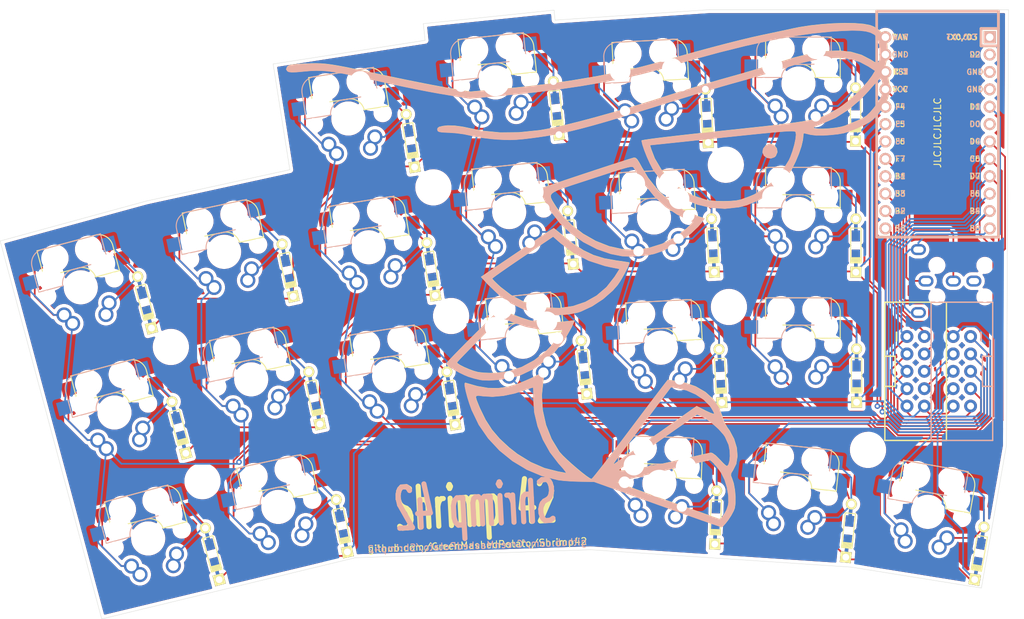
<source format=kicad_pcb>
(kicad_pcb (version 20211014) (generator pcbnew)
  (layers (0 "F.Cu" signal) (31 "B.Cu" signal) (34 "B.Paste" user) (35 "F.Paste" user) (36 "B.SilkS" user "B.Silkscreen") (37 "F.SilkS" user "F.Silkscreen") (38 "B.Mask" user) (39 "F.Mask" user) (44 "Edge.Cuts" user))
  (net 0 "")
  (net 1 "Net-(D-1-0-Pad2)")
  (net 2 "Net-(D-1-1-Pad2)")
  (net 3 "Net-(D-1-2-Pad2)")
  (net 4 "Net-(D-1-3-Pad2)")
  (net 5 "Net-(D-1-4-Pad2)")
  (net 6 "Net-(D-1-5-Pad2)")
  (net 7 "Net-(D-2-0-Pad2)")
  (net 8 "Net-(D-2-1-Pad2)")
  (net 9 "Net-(D-2-2-Pad2)")
  (net 10 "Net-(D-2-3-Pad2)")
  (net 11 "Net-(D-2-4-Pad2)")
  (net 12 "Net-(D-2-5-Pad2)")
  (net 13 "Net-(D-3-3-Pad2)")
  (net 14 "Net-(D-3-4-Pad2)")
  (net 15 "Net-(D-3-5-Pad2)")
  (net 16 "RL0")
  (net 21 "SDA")
  (net 23 "VCC")
  (net 24 "RL1")
  (net 27 "RL2")
  (net 28 "RL3")
  (net 29 "CL0")
  (net 30 "CL1")
  (net 31 "RC0")
  (net 32 "CL2")
  (net 33 "RC1")
  (net 34 "CL3")
  (net 35 "RC2")
  (net 36 "CL4")
  (net 37 "RC3")
  (net 38 "CL5")
  (net 39 "Net-(D-0-0-Pad2)")
  (net 40 "Net-(D-0-1-Pad2)")
  (net 41 "Net-(D-0-2-Pad2)")
  (net 42 "Net-(D-0-3-Pad2)")
  (net 43 "Net-(D-0-4-Pad2)")
  (net 44 "Net-(D-0-5-Pad2)")
  (net 45 "GND")
  (footprint "footprintsGlobal:Diode-dual" (layer "F.Cu") (at 33.708651 62.76572 -75)
    (fp_text reference "D-0-0" hide)
    (fp_text value "D" hide)
  )
  (footprint "footprintsGlobal:Diode-dual" (layer "F.Cu") (at 54.604345 58.09043 -78)
    (fp_text reference "D-0-1" hide)
    (fp_text value "D" hide)
  )
  (footprint "footprintsGlobal:Diode-dual" (layer "F.Cu") (at 72.53534 39.151352 -81)
    (fp_text reference "D-0-2" hide)
    (fp_text value "D" hide)
  )
  (footprint "footprintsGlobal:Diode-dual" (layer "F.Cu") (at 93.832793 34.39511 -84)
    (fp_text reference "D-0-3" hide)
    (fp_text value "D" hide)
  )
  (footprint "footprintsGlobal:Diode-dual" (layer "F.Cu") (at 115.843506 35.526825 -87)
    (fp_text reference "D-0-4" hide)
    (fp_text value "D" hide)
  )
  (footprint "footprintsGlobal:Diode-dual" (layer "F.Cu") (at 137.571593 35.315342 -90)
    (fp_text reference "D-0-5" hide)
    (fp_text value "D" hide)
  )
  (footprint "footprintsGlobal:Diode-dual" (layer "F.Cu") (at 38.714098 81.054663 -75)
    (fp_text reference "D-1-0" hide)
    (fp_text value "D" hide)
  )
  (footprint "footprintsGlobal:Diode-dual" (layer "F.Cu") (at 58.504817 76.733246 -78)
    (fp_text reference "D-1-1" hide)
    (fp_text value "D" hide)
  )
  (footprint "footprintsGlobal:Diode-dual" (layer "F.Cu") (at 75.553185 57.908107 -81)
    (fp_text reference "D-1-2" hide)
    (fp_text value "D" hide)
  )
  (footprint "footprintsGlobal:Diode-dual" (layer "F.Cu") (at 95.918253 53.294873 -84)
    (fp_text reference "D-1-3" hide)
    (fp_text value "D" hide)
  )
  (footprint "footprintsGlobal:Diode-dual" (layer "F.Cu") (at 116.733727 54.454574 -87)
    (fp_text reference "D-1-4" hide)
    (fp_text value "D" hide)
  )
  (footprint "footprintsGlobal:Diode-dual" (layer "F.Cu") (at 137.622393 54.466942 -90)
    (fp_text reference "D-1-5" hide)
    (fp_text value "D" hide)
  )
  (footprint "footprintsGlobal:Diode-dual" (layer "F.Cu") (at 43.592862 99.517971 -75)
    (fp_text reference "D-2-0" hide)
    (fp_text value "D" hide)
  )
  (footprint "footprintsGlobal:Diode-dual" (layer "F.Cu") (at 62.511642 95.415964 -78)
    (fp_text reference "D-2-1" hide)
    (fp_text value "D" hide)
  )
  (footprint "footprintsGlobal:Diode-dual" (layer "F.Cu") (at 78.478667 76.774925 -81)
    (fp_text reference "D-2-2" hide)
    (fp_text value "D" hide)
  )
  (footprint "footprintsGlobal:Diode-dual" (layer "F.Cu") (at 97.905907 72.252401 -84)
    (fp_text reference "D-2-3" hide)
    (fp_text value "D" hide)
  )
  (footprint "footprintsGlobal:Diode-dual" (layer "F.Cu") (at 117.834847 73.523879 -87)
    (fp_text reference "D-2-4" hide)
    (fp_text value "D" hide)
  )
  (footprint "footprintsGlobal:Diode-dual" (layer "F.Cu") (at 137.723993 73.466142 -90)
    (fp_text reference "D-2-5" hide)
    (fp_text value "D" hide)
  )
  (footprint "footprintsGlobal:Diode-dual" (layer "F.Cu") (at 117.149993 94.192542 -92)
    (fp_text reference "D-3-3" hide)
    (fp_text value "D" hide)
  )
  (footprint "footprintsGlobal:Diode-dual" (layer "F.Cu") (at 136.555593 96.122942 -96)
    (fp_text reference "D-3-4" hide)
    (fp_text value "D" hide)
  )
  (footprint "footprintsGlobal:Diode-dual" (layer "F.Cu") (at 155.657593 99.432024 -100)
    (fp_text reference "D-3-5" hide)
    (fp_text value "D" hide)
  )
  (footprint "footprints:100-dual-socket" (layer "F.Cu") (at 24.37922 60.575329 15)
    (fp_text reference "K-0-0" hide)
    (fp_text value "KEYSW" hide)
  )
  (footprint "footprints:100-dual-socket" (layer "F.Cu") (at 45.320479 55.39123 12)
    (fp_text reference "K-0-1" hide)
    (fp_text value "KEYSW" hide)
  )
  (footprint "footprints:100-dual-socket" (layer "F.Cu") (at 63.472806 35.91128 9)
    (fp_text reference "K-0-2" hide)
    (fp_text value "KEYSW" hide)
  )
  (footprint "footprints:100-dual-socket" (layer "F.Cu") (at 84.981776 30.641742 6)
    (fp_text reference "K-0-3" hide)
    (fp_text value "KEYSW" hide)
  )
  (footprint "footprints:100-dual-socket" (layer "F.Cu") (at 107.129593 31.354357 3)
    (fp_text reference "K-0-4" hide)
    (fp_text value "KEYSW" hide)
  )
  (footprint "footprints:100-dual-socket" (layer "F.Cu") (at 129.234704 30.814881)
    (fp_text reference "K-0-5" hide)
    (fp_text value "KEYSW" hide)
  )
  (footprint "footprints:100-dual-socket" (layer "F.Cu") (at 29.300016 78.865283 15)
    (fp_text reference "K-1-0" hide)
    (fp_text value "KEYSW" hide)
  )
  (footprint "footprints:100-dual-socket" (layer "F.Cu") (at 49.281193 74.024942 12)
    (fp_text reference "K-1-1" hide)
    (fp_text value "KEYSW" hide)
  )
  (footprint "footprints:100-dual-socket" (layer "F.Cu") (at 66.45288 54.726742 9)
    (fp_text reference "K-1-2" hide)
    (fp_text value "KEYSW" hide)
  )
  (footprint "footprints:100-dual-socket" (layer "F.Cu") (at 86.973044 49.587382 6)
    (fp_text reference "K-1-3" hide)
    (fp_text value "KEYSW" hide)
  )
  (footprint "footprints:100-dual-socket" (layer "F.Cu") (at 108.126592 50.378249 3)
    (fp_text reference "K-1-4" hide)
    (fp_text value "KEYSW" hide)
  )
  (footprint "footprints:100-dual-socket" (layer "F.Cu") (at 129.234704 49.864881)
    (fp_text reference "K-1-5" hide)
    (fp_text value "KEYSW" hide)
  )
  (footprint "footprints:100-dual-socket" (layer "F.Cu") (at 34.23052 97.266169 15)
    (fp_text reference "K-2-0" hide)
    (fp_text value "KEYSW" hide)
  )
  (footprint "footprints:100-dual-socket" (layer "F.Cu") (at 53.241914 92.658653 12)
    (fp_text reference "K-2-1" hide)
    (fp_text value "KEYSW" hide)
  )
  (footprint "footprints:100-dual-socket" (layer "F.Cu") (at 69.432957 73.542204 9)
    (fp_text reference "K-2-2" hide)
    (fp_text value "KEYSW" hide)
  )
  (footprint "footprints:100-dual-socket" (layer "F.Cu") (at 88.96431 68.533025 6)
    (fp_text reference "K-2-3" hide)
    (fp_text value "KEYSW" hide)
  )
  (footprint "footprints:100-dual-socket" (layer "F.Cu") (at 109.123593 69.402142 3)
    (fp_text reference "K-2-4" hide)
    (fp_text value "KEYSW" hide)
  )
  (footprint "footprints:100-dual-socket" (layer "F.Cu") (at 129.234704 68.914881)
    (fp_text reference "K-2-5" hide)
    (fp_text value "KEYSW" hide)
  )
  (footprint "footprints:100-dual-socket" (layer "F.Cu") (at 108.915477 89.234881 -2)
    (fp_text reference "K-3-3" hide)
    (fp_text value "KEYSW" hide)
  )
  (footprint "footprints:100-dual-socket" (layer "F.Cu") (at 128.594387 90.606481 -6)
    (fp_text reference "K-3-4" hide)
    (fp_text value "KEYSW" hide)
  )
  (footprint "footprints:100-dual-socket" (layer "F.Cu") (at 148.137993 93.379742 -10)
    (fp_text reference "K-3-5" hide)
    (fp_text value "KEYSW" hide)
  )
  (footprint "footprints:connector-shrouded" (layer "F.Cu") (at 146.3548 72.8472)
    (fp_text reference "J1" hide)
    (fp_text value "02x05" hide)
  )
  (footprint "footprintsGlobal:hole-m2-pcb" (layer "F.Cu") (at 139.3952 84.328)
    (fp_text reference "Ref**" hide)
    (fp_text value "Val**" hide)
  )
  (footprint "footprintsGlobal:hole-m2-pcb" (layer "F.Cu") (at 119.0752 63.4492)
    (fp_text reference "Ref**" hide)
    (fp_text value "Val**" hide)
  )
  (footprint "footprintsGlobal:hole-m2-pcb" (layer "F.Cu") (at 118.618 42.672)
    (fp_text reference "Ref**" hide)
    (fp_text value "Val**" hide)
  )
  (footprint "footprintsGlobal:hole-m2-pcb" (layer "F.Cu") (at 75.8952 45.974)
    (fp_text reference "Ref**" hide)
    (fp_text value "Val**" hide)
  )
  (footprint "footprintsGlobal:hole-m2-pcb" (layer "F.Cu") (at 78.486 64.77)
    (fp_text reference "Ref**" hide)
    (fp_text value "Val**" hide)
  )
  (footprint "footprintsGlobal:hole-m2-pcb" (layer "F.Cu") (at 37.5412 69.2912)
    (fp_text reference "Ref**" hide)
    (fp_text value "Val**" hide)
  )
  (footprint "footprintsGlobal:trrs" (layer "F.Cu") (at 158.0612 59.6672 -90)
    (fp_text reference "U2")
    (fp_text value "trrs")
  )
  (footprint "footprintsGlobal:hole-m2-pcb" (layer "F.Cu") (at 42.164 88.9)
    (fp_text reference "Ref**" hide)
    (fp_text value "Val**" hide)
  )
  (footprint "footprints:promicro" (layer "B.Cu") (at 149.5552 38.00395 -90)
    (fp_text reference "U1" hide)
    (fp_text value "ProMicro" hide)
  )
  (footprint "footprints:connector-shrouded" (layer "B.Cu") (at 153.1112 72.8472 180)
    (fp_text reference "J2" hide)
    (fp_text value "02x05" hide)
  )
  (footprint "footprintsGlobal:Shrimp" (layer "B.Cu") (at 105.41 69.596 -174)
    (fp_text reference "G***" hide)
    (fp_text value "LOGO" hide)
  )
  (gr_line (start 159.923593 20.0152) (end 116.184793 20.0152) (layer "Edge.Cuts") (width 0.05))
  (gr_line (start 159.618793 83.676942) (end 155.961193 104.504942) (layer "Edge.Cuts") (width 0.05))
  (gr_line (start 74.681193 24.494942) (end 74.427193 22.056542) (layer "Edge.Cuts") (width 0.05))
  (gr_line (start 27.437193 109.026142) (end 64.470393 100.085342) (layer "Edge.Cuts") (width 0.05))
  (gr_line (start 93.6752 21.5392) (end 116.184793 20.0152) (layer "Edge.Cuts") (width 0.05))
  (gr_line (start 98.811193 98.916942) (end 136.961993 101.456942) (layer "Edge.Cuts") (width 0.05))
  (gr_line (start 93.527993 20.075342) (end 93.6752 21.5392) (layer "Edge.Cuts") (width 0.05))
  (gr_line (start 12.603593 53.806542) (end 27.437193 109.026142) (layer "Edge.Cuts") (width 0.05))
  (gr_line (start 33.990393 47.964542) (end 54.919993 43.392542) (layer "Edge.Cuts") (width 0.05))
  (gr_line (start 98.811193 98.916942) (end 64.470393 100.085342) (layer "Edge.Cuts") (width 0.05))
  (gr_line (start 93.527993 20.075342) (end 74.427193 22.056542) (layer "Edge.Cuts") (width 0.05))
  (gr_line (start 52.481593 27.949342) (end 74.681193 24.494942) (layer "Edge.Cuts") (width 0.05))
  (gr_line (start 54.919993 43.392542) (end 52.481593 27.949342) (layer "Edge.Cuts") (width 0.05))
  (gr_line (start 159.618793 83.676942) (end 159.923593 20.0152) (layer "Edge.Cuts") (width 0.05))
  (gr_line (start 33.990393 47.964542) (end 12.603593 53.806542) (layer "Edge.Cuts") (width 0.05))
  (gr_line (start 136.961993 101.456942) (end 155.961193 104.504942) (layer "Edge.Cuts") (width 0.05))
  (gr_text "Shrimp 42" (at 82.042 92.456 3) (layer "B.SilkS") (effects (font (size 6 3) (thickness 0.75)) (justify mirror)))
  (gr_text "github.com/GreenMashedPotato/Shrimp42" (at 82.296 98.298 2) (layer "B.SilkS") (effects (font (size 1 1)) (justify mirror)))
  (gr_text "Shrimp 42" (at 82.042 92.456 3) (layer "F.SilkS") (effects (font (size 6 3) (thickness 0.75))))
  (gr_text "github.com/GreenMashedPotato/Shrimp42" (at 82.339235 98.240625 2) (layer "F.SilkS") (effects (font (size 1 1))))
  (segment (start 35.307504 74.62598) (end 37.727997 77.046473) (width 0.25) (layer "F.Cu") (net 1))
  (segment (start 33.435332 81.142582) (end 37.203428 77.374486) (width 0.25) (layer "B.Cu") (net 1))
  (segment (start 33.3944 72.508993) (end 37.727997 76.84259) (width 0.25) (layer "B.Cu") (net 1))
  (segment (start 57.712673 73.006504) (end 55.502316 70.796147) (width 0.25) (layer "F.Cu") (net 2))
  (segment (start 53.702628 67.891647) (end 53.702628 68.996459) (width 0.25) (layer "B.Cu") (net 2))
  (segment (start 53.702628 68.996459) (end 57.712673 73.006504) (width 0.25) (layer "B.Cu") (net 2))
  (segment (start 57.712673 73.006504) (end 54.203632 76.515545) (width 0.25) (layer "B.Cu") (net 2))
  (segment (start 72.870586 52.05843) (end 72.870586 51.138616) (width 0.25) (layer "F.Cu") (net 3))
  (segment (start 74.95717 54.145014) (end 72.870586 52.05843) (width 0.25) (layer "F.Cu") (net 3))
  (segment (start 74.95717 54.145014) (end 71.67836 57.423824) (width 0.25) (layer "B.Cu") (net 3))
  (segment (start 71.67836 57.423824) (end 70.3275 57.423824) (width 0.25) (layer "B.Cu") (net 3))
  (segment (start 71.189248 48.833252) (end 74.95717 52.601174) (width 0.25) (layer "B.Cu") (net 3))
  (segment (start 74.95717 52.601174) (end 74.95717 54.145014) (width 0.25) (layer "B.Cu") (net 3))
  (segment (start 95.52 48.290307) (end 93.569743 46.34005) (width 0.25) (layer "F.Cu") (net 4))
  (segment (start 95.52 49.505745) (end 95.52 48.290307) (width 0.25) (layer "F.Cu") (net 4))
  (segment (start 95.52 49.505745) (end 92.542196 52.483549) (width 0.25) (layer "B.Cu") (net 4))
  (segment (start 95.52 47.458489) (end 95.52 49.505745) (width 0.25) (layer "B.Cu") (net 4))
  (segment (start 92.542196 52.483549) (end 90.701199 52.483549) (width 0.25) (layer "B.Cu") (net 4))
  (segment (start 92.011362 43.949851) (end 95.52 47.458489) (width 0.25) (layer "B.Cu") (net 4))
  (segment (start 116.534327 50.649795) (end 116.534327 49.130737) (width 0.25) (layer "F.Cu") (net 5))
  (segment (start 116.534327 49.130737) (end 114.884202 47.480612) (width 0.25) (layer "F.Cu") (net 5))
  (segment (start 116.534327 50.649795) (end 113.718558 53.465564) (width 0.25) (layer "B.Cu") (net 5))
  (segment (start 113.718558 53.465564) (end 111.698064 53.465564) (width 0.25) (layer "B.Cu") (net 5))
  (segment (start 116.534327 48.093406) (end 116.534327 50.649795) (width 0.25) (layer "B.Cu") (net 5))
  (segment (start 113.453051 45.01213) (end 116.534327 48.093406) (width 0.25) (layer "B.Cu") (net 5))
  (segment (start 137.622393 50.656942) (end 137.622393 48.81257) (width 0.25) (layer "F.Cu") (net 6))
  (segment (start 137.622393 48.81257) (end 136.134704 47.324881) (width 0.25) (layer "F.Cu") (net 6))
  (segment (start 134.834704 44.784881) (end 137.622393 47.57257) (width 0.25) (layer "B.Cu") (net 6))
  (segment (start 137.622393 50.656942) (end 135.144454 53.134881) (width 0.25) (layer "B.Cu") (net 6))
  (segment (start 135.144454 53.134881) (end 132.639704 53.134881) (width 0.25) (layer "B.Cu") (net 6))
  (segment (start 137.622393 47.57257) (end 137.622393 50.656942) (width 0.25) (layer "B.Cu") (net 6))
  (segment (start 40.238008 93.026866) (end 42.606761 95.395619) (width 0.25) (layer "F.Cu") (net 7))
  (segment (start 38.365836 99.543468) (end 42.07151 95.837794) (width 0.25) (layer "B.Cu") (net 7))
  (segment (start 38.324904 90.909879) (end 42.606761 95.837794) (width 0.25) (layer "B.Cu") (net 7))
  (segment (start 61.719498 91.689222) (end 59.463037 89.432761) (width 0.25) (layer "F.Cu") (net 8))
  (segment (start 61.719498 91.689222) (end 57.663349 87.633073) (width 0.25) (layer "B.Cu") (net 8))
  (segment (start 60.712412 91.689222) (end 61.719498 91.689222) (width 0.25) (layer "B.Cu") (net 8))
  (segment (start 57.663349 87.633073) (end 57.663349 86.525358) (width 0.25) (layer "B.Cu") (net 8))
  (segment (start 57.252378 95.149256) (end 60.712412 91.689222) (width 0.25) (layer "B.Cu") (net 8))
  (segment (start 75.850663 69.954078) (end 75.850663 70.979843) (width 0.25) (layer "F.Cu") (net 9))
  (segment (start 75.850663 70.979843) (end 77.882652 73.011832) (width 0.25) (layer "F.Cu") (net 9))
  (segment (start 77.882652 71.362041) (end 77.882652 73.011832) (width 0.25) (layer "B.Cu") (net 9))
  (segment (start 77.882652 73.011832) (end 74.655198 76.239286) (width 0.25) (layer "B.Cu") (net 9))
  (segment (start 74.169325 67.648714) (end 77.882652 71.362041) (width 0.25) (layer "B.Cu") (net 9))
  (segment (start 74.655198 76.239286) (end 73.307577 76.239286) (width 0.25) (layer "B.Cu") (net 9))
  (segment (start 97.507654 68.463273) (end 97.507654 67.232338) (width 0.25) (layer "F.Cu") (net 10))
  (segment (start 97.507654 67.232338) (end 95.561009 65.285693) (width 0.25) (layer "F.Cu") (net 10))
  (segment (start 97.507654 68.463273) (end 94.541735 71.429192) (width 0.25) (layer "B.Cu") (net 10))
  (segment (start 94.541735 71.429192) (end 92.692465 71.429192) (width 0.25) (layer "B.Cu") (net 10))
  (segment (start 97.507654 66.40052) (end 97.507654 68.463273) (width 0.25) (layer "B.Cu") (net 10))
  (segment (start 94.002628 62.895494) (end 97.507654 66.40052) (width 0.25) (layer "B.Cu") (net 10))
  (segment (start 117.635447 69.7191) (end 117.635447 68.258749) (width 0.25) (layer "F.Cu") (net 11))
  (segment (start 117.635447 68.258749) (end 115.881203 66.504505) (width 0.25) (layer "F.Cu") (net 11))
  (segment (start 114.450052 64.036023) (end 117.635447 67.221418) (width 0.25) (layer "B.Cu") (net 11))
  (segment (start 117.635447 67.221418) (end 117.635447 69.7191) (width 0.25) (layer "B.Cu") (net 11))
  (segment (start 117.635447 69.7191) (end 114.86509 72.489457) (width 0.25) (layer "B.Cu") (net 11))
  (segment (start 114.86509 72.489457) (end 112.695065 72.489457) (width 0.25) (layer "B.Cu") (net 11))
  (segment (start 137.723993 67.96417) (end 136.134704 66.374881) (width 0.25) (layer "F.Cu") (net 12))
  (segment (start 137.723993 69.656142) (end 137.723993 67.96417) (width 0.25) (layer "F.Cu") (net 12))
  (segment (start 134.834704 63.834881) (end 137.723993 66.72417) (width 0.25) (layer "B.Cu") (net 12))
  (segment (start 137.723993 66.72417) (end 137.723993 69.656142) (width 0.25) (layer "B.Cu") (net 12))
  (segment (start 137.723993 69.656142) (end 135.195254 72.184881) (width 0.25) (layer "B.Cu") (net 12))
  (segment (start 135.195254 72.184881) (end 132.639704 72.184881) (width 0.25) (layer "B.Cu") (net 12))
  (segment (start 115.899918 86.937235) (end 117.28296 90.384863) (width 0.25) (layer "F.Cu") (net 13))
  (segment (start 117.28296 86.947018) (end 114.689355 84.353413) (width 0.25) (layer "B.Cu") (net 13))
  (segment (start 117.28296 90.384863) (end 117.28296 86.947018) (width 0.25) (layer "B.Cu") (net 13))
  (segment (start 115.046101 92.621722) (end 117.28296 90.384863) (width 0.25) (layer "B.Cu") (net 13))
  (segment (start 112.204281 92.621722) (end 115.046101 92.621722) (width 0.25) (layer "B.Cu") (net 13))
  (segment (start 135.72209 88.801642) (end 136.953846 92.333814) (width 0.25) (layer "F.Cu") (net 14))
  (segment (start 131.638926 94.214487) (end 135.073173 94.214487) (width 0.25) (layer "B.Cu") (net 14))
  (segment (start 136.953846 92.333814) (end 136.953846 88.398801) (width 0.25) (layer "B.Cu") (net 14))
  (segment (start 136.953846 88.398801) (end 134.694714 86.139669) (width 0.25) (layer "B.Cu") (net 14))
  (segment (start 135.073173 94.214487) (end 136.953846 92.333814) (width 0.25) (layer "B.Cu") (net 14))
  (segment (start 156.319193 95.679906) (end 156.319193 93.021463) (width 0.25) (layer "F.Cu") (net 15))
  (segment (start 150.923434 97.191335) (end 154.807764 97.191335) (width 0.25) (layer "F.Cu") (net 15))
  (segment (start 154.807764 97.191335) (end 156.319193 95.679906) (width 0.25) (layer "F.Cu") (net 15))
  (segment (start 156.319193 93.021463) (end 155.374233 92.076503) (width 0.25) (layer "F.Cu") (net 15))
  (segment (start 156.319193 91.133492) (end 154.535049 89.349348) (width 0.25) (layer "B.Cu") (net 15))
  (segment (start 156.319193 95.679906) (end 156.319193 91.133492) (width 0.25) (layer "B.Cu") (net 15))
  (segment (start 55.415201 61.905206) (end 55.090407 62.23) (width 0.25) (layer "F.Cu") (net 16))
  (segment (start 55.090407 62.23) (end 39.020876 62.23) (width 0.25) (layer "F.Cu") (net 16))
  (segment (start 95.378412 39.331604) (end 94.231046 38.184238) (width 0.25) (layer "F.Cu") (net 16))
  (segment (start 139.812585 59.831415) (end 139.6492 59.66803) (width 0.25) (layer "F.Cu") (net 16))
  (segment (start 139.812585 59.831415) (end 139.818109 59.831415) (width 0.25) (layer "F.Cu") (net 16))
  (segment (start 116.042906 39.331604) (end 137.365331 39.331604) (width 0.25) (layer "F.Cu") (net 16))
  (segment (start 139.6492 41.202949) (end 137.571593 39.125342) (width 0.25) (layer "F.Cu") (net 16))
  (segment (start 139.6492 59.66803) (end 139.6492 41.202949) (width 0.25) (layer "F.Cu") (net 16))
  (segment (start 141.487327 78.759333) (end 141.487327 77.460673) (width 0.25) (layer "F.Cu") (net 16))
  (segment (start 55.396489 61.817172) (end 55.396489 52.881649) (width 0.25) (layer "F.Cu") (net 16))
  (segment (start 116.042906 39.331604) (end 95.378412 39.331604) (width 0.25) (layer "F.Cu") (net 16))
  (segment (start 39.020876 62.23) (end 34.718045 66.532831) (width 0.25) (layer "F.Cu") (net 16))
  (segment (start 77.861562 38.184238) (end 73.131355 42.914445) (width 0.25) (layer "F.Cu") (net 16))
  (segment (start 139.818109 59.831415) (end 141.212347 61.225653) (width 0.25) (layer "F.Cu") (net 16))
  (segment (start 65.363693 42.914445) (end 73.131355 42.914445) (width 0.25) (layer "F.Cu") (net 16))
  (segment (start 94.231046 38.184238) (end 77.861562 38.184238) (width 0.25) (layer "F.Cu") (net 16))
  (segment (start 55.396489 52.881649) (end 65.363693 42.914445) (width 0.25) (layer "F.Cu") (net 16))
  (segment (start 141.487327 77.460673) (end 141.212347 77.185693) (width 0.25) (layer "F.Cu") (net 16))
  (segment (start 141.212347 77.185693) (end 141.212347 61.225653) (width 0.25) (layer "F.Cu") (net 16))
  (via (at 141.487327 78.759333) (size 0.8) (drill 0.4) (layers "F.Cu" "B.Cu") (net 16))
  (segment (start 143.975109 80.858221) (end 148.149587 80.858221) (width 0.25) (layer "B.Cu") (net 16))
  (segment (start 150.317199 78.690609) (end 150.317201 76.911199) (width 0.25) (layer "B.Cu") (net 16))
  (segment (start 141.876221 78.759333) (end 143.975109 80.858221) (width 0.25) (layer "B.Cu") (net 16))
  (segment (start 141.487327 78.759333) (end 141.876221 78.759333) (width 0.25) (layer "B.Cu") (net 16))
  (segment (start 137.571593 38.557557) (end 141.9352 34.19395) (width 0.25) (layer "B.Cu") (net 16))
  (segment (start 148.149587 80.858221) (end 150.317199 78.690609) (width 0.25) (layer "B.Cu") (net 16))
  (segment (start 150.317201 76.911199) (end 151.8412 75.3872) (width 0.25) (layer "B.Cu") (net 16))
  (segment (start 144.738871 55.819529) (end 145.4912 55.0672) (width 0.25) (layer "B.Cu") (net 21))
  (segment (start 145.4912 55.0672) (end 146.7612 55.0672) (width 0.25) (layer "B.Cu") (net 21))
  (segment (start 158.1912 53.2892) (end 158.6992 52.7812) (width 0.25) (layer "B.Cu") (net 21))
  (segment (start 146.7612 55.0672) (end 146.7612 54.0512) (width 0.25) (layer "B.Cu") (net 21))
  (segment (start 145.537529 64.2672) (end 144.719529 63.4492) (width 0.25) (layer "B.Cu") (net 21))
  (segment (start 146.7612 54.0512) (end 147.5232 53.2892) (width 0.25) (layer "B.Cu") (net 21))
  (segment (start 158.6992 52.7812) (end 158.6992 35.71795) (width 0.25) (layer "B.Cu") (net 21))
  (segment (start 147.5232 53.2892) (end 158.1912 53.2892) (width 0.25) (layer "B.Cu") (net 21))
  (segment (start 146.7612 64.2672) (end 145.537529 64.2672) (width 0.25) (layer "B.Cu") (net 21))
  (segment (start 158.6992 35.71795) (end 157.1752 34.19395) (width 0.25) (layer "B.Cu") (net 21))
  (segment (start 144.719529 55.819529) (end 144.738871 55.819529) (width 0.25) (layer "B.Cu") (net 21))
  (segment (start 144.719529 63.4492) (end 144.719529 55.819529) (width 0.25) (layer "B.Cu") (net 21))
  (segment (start 143.982145 43.225178) (end 143.51 42.753032) (width 0.25) (layer "F.Cu") (net 23))
  (segment (start 143.51 33.22875) (end 141.9352 31.65395) (width 0.25) (layer "F.Cu") (net 23))
  (segment (start 148.4782 59.6392) (end 145.51128 59.6392) (width 0.25) (layer "F.Cu") (net 23))
  (segment (start 145.00328 48.054878) (end 144.507865 47.559463) (width 0.25) (layer "F.Cu") (net 23))
  (segment (start 143.51 42.753032) (end 143.51 33.22875) (width 0.25) (layer "F.Cu") (net 23))
  (segment (start 144.507865 45.655179) (end 143.982145 45.129459) (width 0.25) (layer "F.Cu") (net 23))
  (segment (start 143.982145 45.129459) (end 143.982145 43.225178) (width 0.25) (layer "F.Cu") (net 23))
  (segment (start 145.51128 59.6392) (end 145.00328 59.1312) (width 0.25) (layer "F.Cu") (net 23))
  (segment (start 144.507865 47.559463) (end 144.507865 45.655179) (width 0.25) (layer "F.Cu") (net 23))
  (segment (start 145.00328 59.1312) (end 145.00328 48.054878) (width 0.25) (layer "F.Cu") (net 23))
  (segment (start 116.933127 58.259353) (end 97.491858 58.259353) (width 0.25) (layer "F.Cu") (net 24))
  (segment (start 80.736399 57.084001) (end 76.1492 61.6712) (width 0.25) (layer "F.Cu") (net 24))
  (segment (start 43.519266 81.026) (end 39.723492 84.821774) (width 0.25) (layer "F.Cu") (net 24))
  (segment (start 116.933127 58.259353) (end 137.604804 58.259353) (width 0.25) (layer "F.Cu") (net 24))
  (segment (start 59.296961 70.776716) (end 68.402477 61.6712) (width 0.25) (layer "F.Cu") (net 24))
  (segment (start 59.296961 80.459988) (end 59.296961 70.776716) (width 0.25) (layer "F.Cu") (net 24))
  (segment (start 97.491858 58.259353) (end 96.316506 57.084001) (width 0.25) (layer "F.Cu") (net 24))
  (segment (start 59.315673 80.548022) (end 58.837695 81.026) (width 0.25) (layer "F.Cu") (net 24))
  (segment (start 137.622393 58.276942) (end 140.762827 61.417375) (width 0.25) (layer "F.Cu") (net 24))
  (segment (start 68.402477 61.6712) (end 76.1492 61.6712) (width 0.25) (layer "F.Cu") (net 24))
  (segment (start 58.837695 81.026) (end 43.519266 81.026) (width 0.25) (layer "F.Cu") (net 24))
  (segment (start 96.316506 57.084001) (end 80.736399 57.084001) (width 0.25) (layer "F.Cu") (net 24))
  (segment (start 140.762827 61.417375) (end 140.762827 77.9405) (width 0.25) (layer "F.Cu") (net 24))
  (via (at 140.762827 77.9405) (size 0.8) (drill 0.4) (layers "F.Cu" "B.Cu") (net 24))
  (segment (start 149.86769 74.82071) (end 151.8412 72.8472) (width 0.25) (layer "B.Cu") (net 24))
  (segment (start 139.75848 38.91067) (end 141.9352 36.73395) (width 0.25) (layer "B.Cu") (net 24))
  (segment (start 144.102813 80.350221) (end 148.021883 80.350221) (width 0.25) (layer "B.Cu") (net 24))
  (segment (start 141.693092 77.9405) (end 144.102813 80.350221) (width 0.25) (layer "B.Cu") (net 24))
  (segment (start 137.622393 58.276942) (end 139.75848 56.140855) (width 0.25) (layer "B.Cu") (net 24))
  (segment (start 139.75848 56.140855) (end 139.75848 38.91067) (width 0.25) (layer "B.Cu") (net 24))
  (segment (start 149.867689 78.504415) (end 149.86769 74.82071) (width 0.25) (layer "B.Cu") (net 24))
  (segment (start 148.021883 80.350221) (end 149.867689 78.504415) (width 0.25) (layer "B.Cu") (net 24))
  (segment (start 140.762827 77.9405) (end 141.693092 77.9405) (width 0.25) (layer "B.Cu") (net 24))
  (segment (start 44.578963 103.198148) (end 45.160252 103.072252) (width 0.25) (layer "F.Cu") (net 27))
  (segment (start 62.731238 99.822) (end 48.065338 99.822) (width 0.25) (layer "F.Cu") (net 27))
  (segment (start 48.065338 99.822) (end 44.602256 103.285082) (width 0.25) (layer "F.Cu") (net 27))
  (segment (start 83.571171 76.041529) (end 79.074682 80.538018) (width 0.25) (layer "F.Cu") (net 27))
  (segment (start 98.30416 76.041529) (end 83.571171 76.041529) (width 0.25) (layer "F.Cu") (net 27))
  (segment (start 63.322498 99.23074) (end 62.731238 99.822) (width 0.25) (layer "F.Cu") (net 27))
  (segment (start 137.723993 77.366142) (end 137.723994 77.366142) (width 0.25) (layer "B.Cu") (net 27))
  (segment (start 68.559982 80.538018) (end 79.074682 80.538018) (width 0.25) (layer "B.Cu") (net 27))
  (segment (start 137.723993 77.366142) (end 118.091349 77.366142) (width 0.25) (layer "B.Cu") (net 27))
  (segment (start 140.208 41.00115) (end 141.9352 39.27395) (width 0.25) (layer "B.Cu") (net 27))
  (segment (start 147.835685 79.900701) (end 144.289011 79.900701) (width 0.25) (layer "B.Cu") (net 27))
  (segment (start 151.8412 70.3072) (end 149.418169 72.730231) (width 0.25) (layer "B.Cu") (net 27))
  (segment (start 63.32926 99.23074) (end 64.262 98.298) (width 0.25) (layer "B.Cu") (net 27))
  (segment (start 140.208 74.882136) (end 140.208 41.00115) (width 0.25) (layer "B.Cu") (net 27))
  (segment (start 137.723994 77.366142) (end 140.208 74.882136) (width 0.25) (layer "B.Cu") (net 27))
  (segment (start 141.60431 77.216) (end 137.874135 77.216) (width 0.25) (layer "B.Cu") (net 27))
  (segment (start 99.601066 77.418534) (end 98.313568 76.131036) (width 0.25) (layer "B.Cu") (net 27))
  (segment (start 144.289011 79.900701) (end 141.60431 77.216) (width 0.25) (layer "B.Cu") (net 27))
  (segment (start 64.262 84.836) (end 68.559982 80.538018) (width 0.25) (layer "B.Cu") (net 27))
  (segment (start 118.038957 77.418534) (end 99.601066 77.418534) (width 0.25) (layer "B.Cu") (net 27))
  (segment (start 64.262 98.298) (end 64.262 84.836) (width 0.25) (layer "B.Cu") (net 27))
  (segment (start 149.418169 78.318217) (end 147.835685 79.900701) (width 0.25) (layer "B.Cu") (net 27))
  (segment (start 149.418169 72.730231) (end 149.418169 78.318217) (width 0.25) (layer "B.Cu") (net 27))
  (segment (start 148.764471 63.292755) (end 148.764471 64.690471) (width 0.25) (layer "F.Cu") (net 28))
  (segment (start 143.532625 45.315657) (end 144.058345 45.841377) (width 0.25) (layer "F.Cu") (net 28))
  (segment (start 144.55376 48.241075) (end 144.55376 62.130042) (width 0.25) (layer "F.Cu") (net 28))
  (segment (start 148.764471 64.690471) (end 151.8412 67.7672) (width 0.25) (layer "F.Cu") (net 28))
  (segment (start 141.9352 41.81395) (end 143.532625 43.411375) (width 0.25) (layer "F.Cu") (net 28))
  (segment (start 136.654075 100.332075) (end 137.924075 100.332075) (width 0.25) (layer "F.Cu") (net 28))
  (segment (start 143.532625 43.411375) (end 143.532625 45.315657) (width 0.25) (layer "F.Cu") (net 28))
  (segment (start 144.058345 47.74566) (end 144.55376 48.241075) (width 0.25) (layer "F.Cu") (net 28))
  (segment (start 151.386075 100.332075) (end 137.924075 100.332075) (width 0.25) (layer "F.Cu") (net 28))
  (segment (start 144.058345 45.841377) (end 144.058345 47.74566) (width 0.25) (layer "F.Cu") (net 28))
  (segment (start 144.55376 62.130042) (end 144.915398 62.49168) (width 0.25) (layer "F.Cu") (net 28))
  (segment (start 147.963396 62.49168) (end 148.764471 63.292755) (width 0.25) (layer "F.Cu") (net 28))
  (segment (start 134.245491 98.000221) (end 136.15734 99.91207) (width 0.25) (layer "F.Cu") (net 28))
  (segment (start 151.386075 100.332075) (end 154.326774 103.272774) (width 0.25) (layer "F.Cu") (net 28))
  (segment (start 144.915398 62.49168) (end 147.963396 62.49168) (width 0.25) (layer "F.Cu") (net 28))
  (segment (start 136.323577 100.001577) (end 136.654075 100.332075) (width 0.25) (layer "F.Cu") (net 28))
  (segment (start 154.326774 103.272774) (end 154.980365 103.272774) (width 0.25) (layer "F.Cu") (net 28))
  (segment (start 137.924075 100.332075) (end 137.665925 100.332075) (width 0.25) (layer "F.Cu") (net 28))
  (segment (start 117.017026 98.000221) (end 134.245491 98.000221) (width 0.25) (layer "F.Cu") (net 28))
  (segment (start 136.147932 100.001577) (end 136.323577 100.001577) (width 0.25) (layer "F.Cu") (net 28))
  (segment (start 150.292366 91.364366) (end 150.292366 92.176034) (width 0.25) (layer "B.Cu") (net 28))
  (segment (start 155.955781 80.799731) (end 150.750935 80.799731) (width 0.25) (layer "B.Cu") (net 28))
  (segment (start 151.204803 94.054803) (end 151.204803 94.057597) (width 0.25) (layer "B.Cu") (net 28))
  (segment (start 153.287603 96.140397) (end 153.287603 101.580012) (width 0.25) (layer "B.Cu") (net 28))
  (segment (start 151.204803 94.057597) (end 153.287603 96.140397) (width 0.25) (layer "B.Cu") (net 28))
  (segment (start 149.5552 90.6272) (end 150.292366 91.364366) (width 0.25) (layer "B.Cu") (net 28))
  (segment (start 149.5552 81.995466) (end 149.5552 90.6272) (width 0.25) (layer "B.Cu") (net 28))
  (segment (start 155.194 66.294) (end 157.253731 68.353731) (width 0.25) (layer "B.Cu") (net 28))
  (segment (start 153.287603 101.580012) (end 154.980365 103.272774) (width 0.25) (layer "B.Cu") (net 28))
  (segment (start 150.750935 80.799731) (end 149.5552 81.995466) (width 0.25) (layer "B.Cu") (net 28))
  (segment (start 157.253732 79.50178) (end 155.955781 80.799731) (width 0.25) (layer "B.Cu") (net 28))
  (segment (start 150.6982 93.5482) (end 151.204803 94.054803) (width 0.25) (layer "B.Cu") (net 28))
  (segment (start 150.292366 92.176034) (end 150.6982 92.581868) (width 0.25) (layer "B.Cu") (net 28))
  (segment (start 151.8412 67.7672) (end 153.3144 66.294) (width 0.25) (layer "B.Cu") (net 28))
  (segment (start 153.3144 66.294) (end 155.194 66.294) (width 0.25) (layer "B.Cu") (net 28))
  (segment (start 150.6982 92.581868) (end 150.6982 93.5482) (width 0.25) (layer "B.Cu") (net 28))
  (segment (start 157.253731 68.353731) (end 157.253732 79.50178) (width 0.25) (layer "B.Cu") (net 28))
  (segment (start 159.05184 55.3212) (end 159.05184 79.9925) (width 0.25) (layer "F.Cu") (net 29))
  (segment (start 22.576031 75.407766) (end 22.576031 80.094737) (width 0.25) (layer "F.Cu") (net 29))
  (segment (start 49.672406 83.551312) (end 47.50015 85.723568) (width 0.25) (layer "F.Cu") (net 29))
  (segment (start 155.958591 83.08575) (end 143.405769 83.085751) (width 0.25) (layer "F.Cu") (net 29))
  (segment (start 151.8412 78.1812) (end 150.982284 79.040116) (width 0.25) (layer "F.Cu") (net 29))
  (segment (start 17.655235 61.889473) (end 20.380947 64.615185) (width 0.25) (layer "F.Cu") (net 29))
  (segment (start 27.506535 93.808652) (end 27.506535 98.495623) (width 0.25) (layer "F.Cu") (net 29))
  (segment (start 139.336928 80.53808) (end 83.053892 80.53808) (width 0.25) (layer "F.Cu") (net 29))
  (segment (start 25.386433 82.905139) (end 26.857377 82.905139) (width 0.25) (layer "F.Cu") (net 29))
  (segment (start 80.04066 83.551312) (end 49.672406 83.551312) (width 0.25) (layer "F.Cu") (net 29))
  (segment (start 141.874097 81.55408) (end 140.352928 81.55408) (width 0.25) (layer "F.Cu") (net 29))
  (segment (start 47.50015 85.723568) (end 47.50015 86.112449) (width 0.25) (layer "F.Cu") (net 29))
  (segment (start 20.380947 64.615185) (end 21.936581 64.615185) (width 0.25) (layer "F.Cu") (net 29))
  (segment (start 157.1752 39.27395) (end 159.417665 41.516415) (width 0.25) (layer "F.Cu") (net 29))
  (segment (start 147.6248 78.2828) (end 148.382116 79.040116) (width 0.25) (layer "F.Cu") (net 29))
  (segment (start 17.655235 57.117812) (end 17.655235 61.889473) (width 0.25) (layer "F.Cu") (net 29))
  (segment (start 159.05184 79.9925) (end 155.958591 83.08575) (width 0.25) (layer "F.Cu") (net 29))
  (segment (start 27.506535 98.495623) (end 30.316937 101.306025) (width 0.25) (layer "F.Cu") (net 29))
  (segment (start 143.405769 83.085751) (end 141.874097 81.55408) (width 0.25) (layer "F.Cu") (net 29))
  (segment (start 148.382116 79.040116) (end 150.982284 79.040116) (width 0.25) (layer "F.Cu") (net 29))
  (segment (start 159.417665 41.516415) (end 159.417665 54.955375) (width 0.25) (layer "F.Cu") (net 29))
  (segment (start 83.053892 80.53808) (end 80.04066 83.551312) (width 0.25) (layer "F.Cu") (net 29))
  (segment (start 159.417665 54.955375) (end 159.05184 55.3212) (width 0.25) (layer "F.Cu") (net 29))
  (segment (start 30.316937 101.306025) (end 31.787881 101.306025) (width 0.25) (layer "F.Cu") (net 29))
  (segment (start 22.576031 80.094737) (end 25.386433 82.905139) (width 0.25) (layer "F.Cu") (net 29))
  (segment (start 140.352928 81.55408) (end 139.336928 80.53808) (width 0.25) (layer "F.Cu") (net 29))
  (via (at 47.50015 86.112449) (size 0.8) (drill 0.4) (layers "F.Cu" "B.Cu") (net 29))
  (segment (start 26.908231 97.897319) (end 30.316937 101.306025) (width 0.25) (layer "B.Cu") (net 29))
  (segment (start 30.321334 86.36) (end 47.252599 86.36) (width 0.25) (layer "B.Cu") (net 29))
  (segment (start 155.25248 44.89952) (end 155.25248 43.100952) (width 0.25) (layer "B.Cu") (net 29))
  (segment (start 141.965949 76.941949) (end 141.965949 54.145301) (width 0.25) (layer "B.Cu") (net 29))
  (segment (start 146.1008 79.4512) (end 144.4752 79.4512) (width 0.25) (layer "B.Cu") (net 29))
  (segment (start 155.755575 42.597857) (end 155.755575 40.693575) (width 0.25) (layer "B.Cu") (net 29))
  (segment (start 28.105626 84.144292) (end 30.321334 86.36) (width 0.25) (layer "B.Cu") (net 29))
  (segment (start 155.25248 43.100952) (end 155.755575 42.597857) (width 0.25) (layer "B.Cu") (net 29))
  (segment (start 154.407015 49.427267) (end 154.407015 47.754981) (width 0.25) (layer "B.Cu") (net 29))
  (segment (start 30.316937 101.306025) (end 31.787881 101.306025) (width 0.25) (layer "B.Cu") (net 29))
  (segment (start 154.407015 47.754981) (end 154.856535 47.305461) (width 0.25) (layer "B.Cu") (net 29))
  (segment (start 155.755575 40.693575) (end 157.1752 39.27395) (width 0.25) (layer "B.Cu") (net 29))
  (segment (start 144.4752 79.4512) (end 141.965949 76.941949) (width 0.25) (layer "B.Cu") (net 29))
  (segment (start 21.977727 78.197683) (end 21.977727 79.496433) (width 0.25) (layer "B.Cu") (net 29))
  (segment (start 147.6248 77.9272) (end 146.1008 79.4512) (width 0.25) (layer "B.Cu") (net 29))
  (segment (start 145.52685 50.5844) (end 153.249882 50.5844) (width 0.25) (layer "B.Cu") (net 29))
  (segment (start 153.249882 50.5844) (end 154.407015 49.427267) (width 0.25) (layer "B.Cu") (net 29))
  (segment (start 20.465637 64.615185) (end 21.936581 64.615185) (width 0.25) (layer "B.Cu") (net 29))
  (segment (start 17.056931 59.907729) (end 17.056931 61.206479) (width 0.25) (layer "B.Cu") (net 29))
  (segment (start 23.18483 65.854338) (end 21.977727 78.197683) (width 0.25) (layer "B.Cu") (net 29))
  (segment (start 154.856535 47.305461) (end 154.856535 45.295465) (width 0.25) (layer "B.Cu") (net 29))
  (segment (start 47.252599 86.36) (end 47.50015 86.112449) (width 0.25) (layer "B.Cu") (net 29))
  (segment (start 28.105626 84.144292) (end 26.908231 96.598569) (width 0.25) (layer "B.Cu") (net 29))
  (segment (start 21.977727 79.496433) (end 25.386433 82.905139) (width 0.25) (layer "B.Cu") (net 29))
  (segment (start 25.386433 82.905139) (end 26.857377 82.905139) (width 0.25) (layer "B.Cu") (net 29))
  (segment (start 17.056931 61.206479) (end 20.465637 64.615185) (width 0.25) (layer "B.Cu") (net 29))
  (segment (start 26.908231 96.598569) (end 26.908231 97.897319) (width 0.25) (layer "B.Cu") (net 29))
  (segment (start 154.856535 45.295465) (end 155.25248 44.89952) (width 0.25) (layer "B.Cu") (net 29))
  (segment (start 141.965949 54.145301) (end 145.52685 50.5844) (width 0.25) (layer "B.Cu") (net 29))
  (segment (start 46.708096 85.879904) (end 49.486208 83.101792) (width 0.25) (layer "F.Cu") (net 30))
  (segment (start 49.486208 83.101792) (end 79.854462 83.101792) (width 0.25) (layer "F.Cu") (net 30))
  (segment (start 38.786661 56.614328) (end 41.470045 59.297712) (width 0.25) (layer "F.Cu") (net 30))
  (segment (start 158.94552 54.791802) (end 158.94552 43.58427) (width 0.25) (layer "F.Cu") (net 30))
  (segment (start 42.747375 75.603961) (end 45.074838 77.931424) (width 0.25) (layer "F.Cu") (net 30))
  (segment (start 158.60232 55.135002) (end 158.94552 54.791802) (width 0.25) (layer "F.Cu") (net 30))
  (segment (start 46.708096 94.237672) (end 49.035559 96.565135) (width 0.25) (layer "F.Cu") (net 30))
  (segment (start 154.3812 78.7908) (end 153.682364 79.489636) (width 0.25) (layer "F.Cu") (net 30))
  (segment (start 154.3812 77.9272) (end 154.3812 78.7908) (width 0.25) (layer "F.Cu") (net 30))
  (segment (start 155.772397 82.63624) (end 158.60232 79.806317) (width 0.25) (layer "F.Cu") (net 30))
  (segment (start 145.0848 78.7908) (end 145.783636 79.489636) (width 0.25) (layer "F.Cu") (net 30))
  (segment (start 46.708096 88.853969) (end 46.708096 85.879904) (width 0.25) (layer "F.Cu") (net 30))
  (segment (start 139.523126 80.08856) (end 140.539126 81.10456) (width 0.25) (layer "F.Cu") (net 30))
  (segment (start 79.854462 83.101792) (end 82.867694 80.08856) (width 0.25) (layer "F.Cu") (net 30))
  (segment (start 158.94552 43.58427) (end 157.1752 41.81395) (width 0.25) (layer "F.Cu") (net 30))
  (segment (start 140.539126 81.10456) (end 142.060295 81.10456) (width 0.25) (layer "F.Cu") (net 30))
  (segment (start 45.074838 77.931424) (end 46.630472 77.931424) (width 0.25) (layer "F.Cu") (net 30))
  (segment (start 145.0848 77.9272) (end 145.0848 78.7908) (width 0.25) (layer "F.Cu") (net 30))
  (segment (start 49.035559 96.565135) (end 50.591193 96.565135) (width 0.25) (layer "F.Cu") (net 30))
  (segment (start 82.867694 80.08856) (end 139.523126 80.08856) (width 0.25) (layer "F.Cu") (net 30))
  (segment (start 158.60232 79.806317) (end 158.60232 55.135002) (width 0.25) (layer "F.Cu") (net 30))
  (segment (start 46.708096 88.853969) (end 46.708096 94.237672) (width 0.25) (layer "F.Cu") (net 30))
  (segment (start 41.470045 59.297712) (end 42.669758 59.297712) (width 0.25) (layer "F.Cu") (net 30))
  (segment (start 145.783636 79.489636) (end 153.682364 79.489636) (width 0.25) (layer "F.Cu") (net 30))
  (segment (start 38.786661 51.586546) (end 38.786661 56.614328) (width 0.25) (layer "F.Cu") (net 30))
  (segment (start 143.591975 82.63624) (end 155.772397 82.63624) (width 0.25) (layer "F.Cu") (net 30))
  (segment (start 142.060295 81.10456) (end 143.591975 82.63624) (width 0.25) (layer "F.Cu") (net 30))
  (segment (start 42.747375 70.220258) (end 42.747375 75.603961) (width 0.25) (layer "F.Cu") (net 30))
  (segment (start 45.074838 77.931424) (end 42.003879 74.860465) (width 0.25) (layer "B.Cu") (net 30))
  (segment (start 46.630472 77.931424) (end 45.074838 77.931424) (width 0.25) (layer "B.Cu") (net 30))
  (segment (start 49.035559 96.565135) (end 45.9646 93.494176) (width 0.25) (layer "B.Cu") (net 30))
  (segment (start 155.755575 45.137857) (end 155.755575 43.233575) (width 0.25) (layer "B.Cu") (net 30))
  (segment (start 155.306055 45.587377) (end 155.755575 45.137857) (width 0.25) (layer "B.Cu") (net 30))
  (segment (start 41.470045 59.297712) (end 42.669758 59.297712) (width 0.25) (layer "B.Cu") (net 30))
  (segment (start 45.9646 89.1634) (end 48.26 86.868) (width 0.25) (layer "B.Cu") (net 30))
  (segment (start 153.436079 51.03392) (end 154.856535 49.613464) (width 0.25) (layer "B.Cu") (net 30))
  (segment (start 38.043165 54.341326) (end 38.043165 55.870832) (width 0.25) (layer "B.Cu") (net 30))
  (segment (start 154.856535 49.613464) (end 154.856535 47.94118) (width 0.25) (layer "B.Cu") (net 30))
  (segment (start 145.713045 51.03392) (end 153.436079 51.03392) (width 0.25) (layer "B.Cu") (net 30))
  (segment (start 43.851444 60.600494) (end 42.003879 62.448059) (width 0.25) (layer "B.Cu") (net 30))
  (segment (start 142.415458 75.257858) (end 142.415458 54.331507) (width 0.25) (layer "B.Cu") (net 30))
  (segment (start 154.856535 47.94118) (end 155.306055 47.491659) (width 0.25) (layer "B.Cu") (net 30))
  (segment (start 45.9646 91.608749) (end 45.9646 89.1634) (width 0.25) (layer "B.Cu") (net 30))
  (segment (start 155.306055 47.491659) (end 155.306055 45.587377) (width 0.25) (layer "B.Cu") (net 30))
  (segment (start 42.003879 74.860465) (end 42.003879 72.975038) (width 0.25) (layer "B.Cu") (net 30))
  (segment (start 38.043165 55.870832) (end 41.470045 59.297712) (width 0.25) (layer "B.Cu") (net 30))
  (segment (start 45.9646 93.494176) (end 45.9646 91.608749) (width 0.25) (layer "B.Cu") (net 30))
  (segment (start 142.415458 54.331507) (end 145.713045 51.03392) (width 0.25) (layer "B.Cu") (net 30))
  (segment (start 145.0848 77.9272) (end 142.415458 75.257858) (width 0.25) (layer "B.Cu") (net 30))
  (segment (start 48.26 86.868) (end 48.26 79.682048) (width 0.25) (layer "B.Cu") (net 30))
  (segment (start 155.755575 43.233575) (end 157.1752 41.81395) (width 0.25) (layer "B.Cu") (net 30))
  (segment (start 42.003879 62.448059) (end 42.003879 72.975038) (width 0.25) (layer "B.Cu") (net 30))
  (segment (start 50.591193 96.565135) (end 49.035559 96.565135) (width 0.25) (layer "B.Cu") (net 30))
  (segment (start 147.735102 62.9412) (end 148.314951 63.521049) (width 0.25) (layer "F.Cu") (net 31))
  (segment (start 143.608825 47.931858) (end 144.10424 48.427273) (width 0.25) (layer "F.Cu") (net 31))
  (segment (start 144.7292 62.9412) (end 147.735102 62.9412) (width 0.25) (layer "F.Cu") (net 31))
  (segment (start 144.10424 62.31624) (end 144.7292 62.9412) (width 0.25) (layer "F.Cu") (net 31))
  (segment (start 141.9352 44.35395) (end 143.608825 46.027575) (width 0.25) (layer "F.Cu") (net 31))
  (segment (start 148.314951 64.876669) (end 149.999341 66.561059) (width 0.25) (layer "F.Cu") (net 31))
  (segment (start 149.999341 73.012659) (end 147.6248 75.3872) (width 0.25) (layer "F.Cu") (net 31))
  (segment (start 148.314951 63.521049) (end 148.314951 64.876669) (width 0.25) (layer "F.Cu") (net 31))
  (segment (start 144.10424 48.427273) (end 144.10424 62.31624) (width 0.25) (layer "F.Cu") (net 31))
  (segment (start 149.999341 66.561059) (end 149.999341 73.012659) (width 0.25) (layer "F.Cu") (net 31))
  (segment (start 143.608825 46.027575) (end 143.608825 47.931858) (width 0.25) (layer "F.Cu") (net 31))
  (segment (start 158.152791 79.620143) (end 158.152791 79.620129) (width 0.25) (layer "F.Cu") (net 32))
  (segment (start 71.678128 82.652272) (end 79.668264 82.652272) (width 0.25) (layer "F.Cu") (net 32))
  (segment (start 158.1528 54.948804) (end 158.496 54.605604) (width 0.25) (layer "F.Cu") (net 32))
  (segment (start 57.147064 37.129417) (end 59.691327 39.67368) (width 0.25) (layer "F.Cu") (net 32))
  (segment (start 63.107215 69.40078) (end 63.107215 74.760341) (width 0.25) (layer "F.Cu") (net 32))
  (segment (start 57.147064 31.769856) (end 57.147064 37.129417) (width 0.25) (layer "F.Cu") (net 32))
  (segment (start 158.1528 79.62012) (end 158.1528 54.948804) (width 0.25) (layer "F.Cu") (net 32))
  (segment (start 143.778181 82.186729) (end 155.586191 82.186729) (width 0.25) (layer "F.Cu") (net 32))
  (segment (start 60.127138 50.585318) (end 60.127138 55.944879) (width 0.25) (layer "F.Cu") (net 32))
  (segment (start 154.3812 75.3872) (end 155.9052 76.9112) (width 0.25) (layer "F.Cu") (net 32))
  (segment (start 144.709111 79.939111) (end 143.7132 78.9432) (width 0.25) (layer "F.Cu") (net 32))
  (segment (start 139.709323 79.63904) (end 140.725322 80.65504) (width 0.25) (layer "F.Cu") (net 32))
  (segment (start 158.496 54.605604) (end 158.496 45.67475) (width 0.25) (layer "F.Cu") (net 32))
  (segment (start 154.655244 79.939156) (end 145.308749 79.939156) (width 0.25) (layer "F.Cu") (net 32))
  (segment (start 155.586215 82.186719) (end 158.152791 79.620143) (width 0.25) (layer "F.Cu") (net 32))
  (segment (start 145.308704 79.939111) (end 144.709111 79.939111) (width 0.25) (layer "F.Cu") (net 32))
  (segment (start 158.152791 79.620129) (end 158.1528 79.62012) (width 0.25) (layer "F.Cu") (net 32))
  (segment (start 143.7132 76.7588) (end 145.0848 75.3872) (width 0.25) (layer "F.Cu") (net 32))
  (segment (start 142.246493 80.65504) (end 143.778181 82.186729) (width 0.25) (layer "F.Cu") (net 32))
  (segment (start 158.496 45.67475) (end 157.1752 44.35395) (width 0.25) (layer "F.Cu") (net 32))
  (segment (start 140.725322 80.65504) (end 142.246493 80.65504) (width 0.25) (layer "F.Cu") (net 32))
  (segment (start 155.586201 82.186719) (end 155.586215 82.186719) (width 0.25) (layer "F.Cu") (net 32))
  (segment (start 79.668264 82.652272) (end 82.681496 79.63904) (width 0.25) (layer "F.Cu") (net 32))
  (segment (start 145.308749 79.939156) (end 145.308704 79.939111) (width 0.25) (layer "F.Cu") (net 32))
  (segment (start 155.9052 78.6892) (end 154.655244 79.939156) (width 0.25) (layer "F.Cu") (net 32))
  (segment (start 155.586191 82.186729) (end 155.586201 82.186719) (width 0.25) (layer "F.Cu") (net 32))
  (segment (start 63.107215 74.760341) (end 65.651478 77.304604) (width 0.25) (layer "F.Cu") (net 32))
  (segment (start 67.693303 78.667446) (end 71.678128 82.652272) (width 0.25) (layer "F.Cu") (net 32))
  (segment (start 143.7132 78.9432) (end 143.7132 76.7588) (width 0.25) (layer "F.Cu") (net 32))
  (segment (start 155.9052 76.9112) (end 155.9052 78.6892) (width 0.25) (layer "F.Cu") (net 32))
  (segment (start 60.127138 55.944879) (end 62.671401 58.489142) (width 0.25) (layer "F.Cu") (net 32))
  (segment (start 82.681496 79.63904) (end 139.709323 79.63904) (width 0.25) (layer "F.Cu") (net 32))
  (segment (start 56.260413 36.242766) (end 59.691327 39.67368) (width 0.25) (layer "B.Cu") (net 32))
  (segment (start 62.220564 73.87369) (end 65.651478 77.304604) (width 0.25) (layer "B.Cu") (net 32))
  (segment (start 61.733152 41.036522) (end 59.240487 53.297411) (width 0.25) (layer "B.Cu") (net 32))
  (segment (start 64.713226 59.851984) (end 62.220564 72.112873) (width 0.25) (layer "B.Cu") (net 32))
  (segment (start 157.1752 44.35395) (end 155.755575 45.773575) (width 0.25) (layer "B.Cu") (net 32))
  (segment (start 142.864977 73.167377) (end 145.0848 75.3872) (width 0.25) (layer "B.Cu") (net 32))
  (segment (start 155.306055 49.799663) (end 153.622277 51.48344) (width 0.25) (layer "B.Cu") (net 32))
  (segment (start 155.306055 48.127377) (end 155.306055 49.799663) (width 0.25) (layer "B.Cu") (net 32))
  (segment (start 155.755575 45.773575) (end 155.755575 47.677857) (width 0.25) (layer "B.Cu") (net 32))
  (segment (start 145.899242 51.48344) (end 142.921449 54.461233) (width 0.25) (layer "B.Cu") (net 32))
  (segment (start 153.622277 51.48344) (end 145.899242 51.48344) (width 0.25) (layer "B.Cu") (net 32))
  (segment (start 56.260413 34.481949) (end 56.260413 36.242766) (width 0.25) (layer "B.Cu") (net 32))
  (segment (start 142.864978 54.517732) (end 142.864977 73.167377) (width 0.25) (layer "B.Cu") (net 32))
  (segment (start 59.240487 55.058228) (end 62.671401 58.489142) (width 0.25) (layer "B.Cu") (net 32))
  (segment (start 155.755575 47.677857) (end 155.306055 48.127377) (width 0.25) (layer "B.Cu") (net 32))
  (segment (start 142.921449 54.461261) (end 142.864978 54.517732) (width 0.25) (layer "B.Cu") (net 32))
  (segment (start 142.921449 54.461233) (end 142.921449 54.461261) (width 0.25) (layer "B.Cu") (net 32))
  (segment (start 59.240487 53.297411) (end 59.240487 55.058228) (width 0.25) (layer "B.Cu") (net 32))
  (segment (start 62.220564 72.112873) (end 62.220564 73.87369) (width 0.25) (layer "B.Cu") (net 32))
  (segment (start 146.11616 65.59816) (end 144.526 64.008) (width 0.25) (layer "F.Cu") (net 33))
  (segment (start 144.526 63.373718) (end 143.65472 62.502438) (width 0.25) (layer "F.Cu") (net 33))
  (segment (start 148.400725 65.59816) (end 146.11616 65.59816) (width 0.25) (layer "F.Cu") (net 33))
  (segment (start 147.6248 72.8472) (end 149.549821 70.922179) (width 0.25) (layer "F.Cu") (net 33))
  (segment (start 143.65472 48.61347) (end 141.9352 46.89395) (width 0.25) (layer "F.Cu") (net 33))
  (segment (start 149.549821 70.922179) (end 149.549821 66.747256) (width 0.25) (layer "F.Cu") (net 33))
  (segment (start 143.65472 62.502438) (end 143.65472 48.61347) (width 0.25) (layer "F.Cu") (net 33))
  (segment (start 149.549821 66.747256) (end 148.400725 65.59816) (width 0.25) (layer "F.Cu") (net 33))
  (segment (start 144.526 64.008) (end 144.526 63.373718) (width 0.25) (layer "F.Cu") (net 33))
  (segment (start 78.705084 31.679961) (end 81.274871 34.249748) (width 0.25) (layer "F.Cu") (net 34))
  (segment (start 154.841437 80.388667) (end 145.030963 80.388667) (width 0.25) (layer "F.Cu") (net 34))
  (segment (start 156.35472 74.82072) (end 156.35472 78.875384) (width 0.25) (layer "F.Cu") (net 34))
  (segment (start 102.108 89.093626) (end 102.900187 89.885813) (width 0.25) (layer "F.Cu") (net 34))
  (segment (start 154.3812 72.8472) (end 156.35472 74.82072) (width 0.25) (layer "F.Cu") (net 34))
  (segment (start 102.900187 89.885813) (end 105.39843 92.384056) (width 0.25) (layer "F.Cu") (net 34))
  (segment (start 145.030963 80.388667) (end 145.030927 80.388631) (width 0.25) (layer "F.Cu") (net 34))
  (segment (start 145.030927 80.388631) (end 144.522927 80.388631) (width 0.25) (layer "F.Cu") (net 34))
  (segment (start 103.496178 83.962538) (end 102.108 85.350716) (width 0.25) (layer "F.Cu") (net 34))
  (segment (start 78.705084 26.351295) (end 78.705084 31.679961) (width 0.25) (layer "F.Cu") (net 34))
  (segment (start 102.108 85.350716) (end 102.108 89.093626) (width 0.25) (layer "F.Cu") (net 34))
  (segment (start 80.696352 50.724352) (end 83.167388 53.195388) (width 0.25) (layer "F.Cu") (net 34))
  (segment (start 82.687618 64.242578) (end 82.687618 69.571244) (width 0.25) (layer "F.Cu") (net 34))
  (segment (start 143.2052 79.070904) (end 143.2052 74.7268) (width 0.25) (layer "F.Cu") (net 34))
  (segment (start 83.167388 53.195388) (end 83.928505 53.195388) (width 0.25) (layer "F.Cu") (net 34))
  (segment (start 82.687618 69.571244) (end 85.257405 72.141031) (width 0.25) (layer "F.Cu") (net 34))
  (segment (start 80.696352 45.296935) (end 80.696352 50.724352) (width 0.25) (layer "F.Cu") (net 34))
  (segment (start 156.35472 78.875384) (end 154.841437 80.388667) (width 0.25) (layer "F.Cu") (net 34))
  (segment (start 143.2052 74.7268) (end 145.0848 72.8472) (width 0.25) (layer "F.Cu") (net 34))
  (segment (start 102.614051 89.599677) (end 102.900187 89.885813) (width 0.25) (layer "F.Cu") (net 34))
  (segment (start 144.522927 80.388631) (end 143.2052 79.070904) (width 0.25) (layer "F.Cu") (net 34))
  (segment (start 102.108325 86.455622) (end 102.108325 89.093951) (width 0.25) (layer "B.Cu") (net 34))
  (segment (start 143.314489 54.703925) (end 143.314489 71.076889) (width 0.25) (layer "B.Cu") (net 34))
  (segment (start 82.976272 35.668914) (end 79.845341 47.782543) (width 0.25) (layer "B.Cu") (net 34))
  (segment (start 155.3972 79.4512) (end 155.9052 78.9432) (width 0.25) (layer "B.Cu") (net 34))
  (segment (start 81.836607 66.728186) (end 81.836607 68.720233) (width 0.25) (layer "B.Cu") (net 34))
  (segment (start 148.33578 81.307732) (end 150.192312 79.4512) (width 0.25) (layer "B.Cu") (net 34))
  (segment (start 102.108325 85.597675) (end 107.696 80.01) (width 0.25) (layer "B.Cu") (net 34))
  (segment (start 155.9052 78.9432) (end 155.9052 74.3712) (width 0.25) (layer "B.Cu") (net 34))
  (segment (start 142.49117 80.01) (end 143.788902 81.307732) (width 0.25) (layer "B.Cu") (net 34))
  (segment (start 143.370969 54.647445) (end 143.314489 54.703925) (width 0.25) (layer "B.Cu") (net 34))
  (segment (start 90.900304 77.501696) (end 96.805696 77.501696) (width 0.25) (layer "B.Cu") (net 34))
  (segment (start 146.08544 51.93296) (end 143.370969 54.647431) (width 0.25) (layer "B.Cu") (net 34))
  (segment (start 102.108325 82.804325) (end 102.108325 86.455622) (width 0.25) (layer "B.Cu") (net 34))
  (segment (start 107.696 80.01) (end 142.49117 80.01) (width 0.25) (layer "B.Cu") (net 34))
  (segment (start 81.836607 68.720233) (end 85.257405 72.141031) (width 0.25) (layer "B.Cu") (net 34))
  (segment (start 102.108325 89.093951) (end 105.39843 92.384056) (width 0.25) (layer "B.Cu") (net 34))
  (segment (start 155.755575 48.313575) (end 155.755575 49.985861) (width 0.25) (layer "B.Cu") (net 34))
  (segment (start 143.370969 54.647431) (end 143.370969 54.647445) (width 0.25) (layer "B.Cu") (net 34))
  (segment (start 150.192312 79.4512) (end 155.3972 79.4512) (width 0.25) (layer "B.Cu") (net 34))
  (segment (start 79.845341 47.782543) (end 79.845341 49.77459) (width 0.25) (layer "B.Cu") (net 34))
  (segment (start 143.314489 71.076889) (end 145.0848 72.8472) (width 0.25) (layer "B.Cu") (net 34))
  (segment (start 153.808475 51.93296) (end 146.08544 51.93296) (width 0.25) (layer "B.Cu") (net 34))
  (segment (start 155.755575 49.985861) (end 153.808475 51.93296) (width 0.25) (layer "B.Cu") (net 34))
  (segment (start 79.845341 49.77459) (end 83.266139 53.195388) (width 0.25) (layer "B.Cu") (net 34))
  (segment (start 86.958806 73.560197) (end 90.900304 77.501696) (width 0.25) (layer "B.Cu") (net 34))
  (segment (start 77.854073 28.836903) (end 77.854073 30.82895) (width 0.25) (layer "B.Cu") (net 34))
  (segment (start 143.788902 81.307732) (end 148.33578 81.307732) (width 0.25) (layer "B.Cu") (net 34))
  (segment (start 84.96754 54.614554) (end 81.836607 66.728186) (width 0.25) (layer "B.Cu") (net 34))
  (segment (start 96.805696 77.501696) (end 102.108325 82.804325) (width 0.25) (layer "B.Cu") (net 34))
  (segment (start 157.1752 46.89395) (end 155.755575 48.313575) (width 0.25) (layer "B.Cu") (net 34))
  (segment (start 77.854073 30.82895) (end 81.274871 34.249748) (width 0.25) (layer "B.Cu") (net 34))
  (segment (start 155.9052 74.3712) (end 154.3812 72.8472) (width 0.25) (layer "B.Cu") (net 34))
  (segment (start 144.07648 64.194198) (end 144.07648 63.559916) (width 0.25) (layer "F.Cu") (net 35))
  (segment (start 143.2052 50.70395) (end 141.9352 49.43395) (width 0.25) (layer "F.Cu") (net 35))
  (segment (start 143.2052 62.688636) (end 143.2052 50.70395) (width 0.25) (layer "F.Cu") (net 35))
  (segment (start 148.214527 66.04768) (end 145.929963 66.04768) (width 0.25) (layer "F.Cu") (net 35))
  (segment (start 144.07648 63.559916) (end 143.2052 62.688636) (width 0.25) (layer "F.Cu") (net 35))
  (segment (start 145.929963 66.04768) (end 144.07648 64.194198) (width 0.25) (layer "F.Cu") (net 35))
  (segment (start 147.6248 70.3072) (end 149.100301 68.831699) (width 0.25) (layer "F.Cu") (net 35))
  (segment (start 149.100301 66.933454) (end 148.214527 66.04768) (width 0.25) (layer "F.Cu") (net 35))
  (segment (start 149.100301 68.831699) (end 149.100301 66.933454) (width 0.25) (layer "F.Cu") (net 35))
  (segment (start 105.496676 72.845865) (end 105.894398 72.845865) (width 0.25) (layer "F.Cu") (net 36))
  (segment (start 155.02763 80.838178) (end 156.80424 79.061568) (width 0.25) (layer "F.Cu") (net 36))
  (segment (start 155.702 52.832) (end 155.702 50.90715) (width 0.25) (layer "F.Cu") (net 36))
  (segment (start 102.826034 70.175223) (end 105.496676 72.845865) (width 0.25) (layer "F.Cu") (net 36))
  (segment (start 100.832034 32.459383) (end 103.170731 34.79808) (width 0.25) (layer "F.Cu") (net 36))
  (segment (start 139.89552 79.18952) (end 140.91152 80.20552) (width 0.25) (layer "F.Cu") (net 36))
  (segment (start 145.0848 70.3072) (end 142.75568 72.63632) (width 0.25) (layer "F.Cu") (net 36))
  (segment (start 111.729792 79.18952) (end 139.89552 79.18952) (width 0.25) (layer "F.Cu") (net 36))
  (segment (start 144.336743 80.838151) (end 144.844729 80.838151) (width 0.25) (layer "F.Cu") (net 36))
  (segment (start 156.80424 72.73024) (end 154.3812 70.3072) (width 0.25) (layer "F.Cu") (net 36))
  (segment (start 157.70328 79.43395) (end 157.70328 54.83328) (width 0.25) (layer "F.Cu") (net 36))
  (segment (start 102.826034 70.060034) (end 102.826034 70.175223) (width 0.25) (layer "F.Cu") (net 36))
  (segment (start 142.75568 79.257088) (end 144.336743 80.838151) (width 0.25) (layer "F.Cu") (net 36))
  (segment (start 106.857736 74.317464) (end 111.729792 79.18952) (width 0.25) (layer "F.Cu") (net 36))
  (segment (start 102.826034 65.061552) (end 102.826034 70.060034) (width 0.25) (layer "F.Cu") (net 36))
  (segment (start 101.829033 51.15133) (end 104.499675 53.821972) (width 0.25) (layer "F.Cu") (net 36))
  (segment (start 100.832034 27.013767) (end 100.832034 32.459383) (width 0.25) (layer "F.Cu") (net 36))
  (segment (start 124.866232 93.502648) (end 122.047 90.683416) (width 0.25) (layer "F.Cu") (net 36))
  (segment (start 157.70328 54.83328) (end 155.702 52.832) (width 0.25) (layer "F.Cu") (net 36))
  (segment (start 123.31105 84.96895) (end 123.556069 84.96895) (width 0.25) (layer "F.Cu") (net 36))
  (segment (start 122.047 86.233) (end 123.31105 84.96895) (width 0.25) (layer "F.Cu") (net 36))
  (segment (start 144.844729 80.838151) (end 144.844756 80.838178) (width 0.25) (layer "F.Cu") (net 36))
  (segment (start 155.400021 81.737209) (end 157.70328 79.43395) (width 0.25) (layer "F.Cu") (net 36))
  (segment (start 156.80424 79.061568) (end 156.80424 72.73024) (width 0.25) (layer "F.Cu") (net 36))
  (segment (start 155.702 50.90715) (end 157.1752 49.43395) (width 0.25) (layer "F.Cu") (net 36))
  (segment (start 142.43269 80.20552) (end 143.964379 81.737209) (width 0.25) (layer "F.Cu") (net 36))
  (segment (start 143.964379 81.737209) (end 155.400021 81.737209) (width 0.25) (layer "F.Cu") (net 36))
  (segment (start 101.829033 46.037659) (end 101.829033 51.15133) (width 0.25) (layer "F.Cu") (net 36))
  (segment (start 122.047 90.683416) (end 122.047 86.233) (width 0.25) (layer "F.Cu") (net 36))
  (segment (start 140.91152 80.20552) (end 142.43269 80.20552) (width 0.25) (layer "F.Cu") (net 36))
  (segment (start 142.75568 72.63632) (end 142.75568 79.257088) (width 0.25) (layer "F.Cu") (net 36))
  (segment (start 144.844756 80.838178) (end 155.02763 80.838178) (width 0.25) (layer "F.Cu") (net 36))
  (segment (start 100.106116 29.178956) (end 100.106116 31.40152) (width 0.25) (layer "B.Cu") (net 36))
  (segment (start 148.521988 81.757242) (end 143.537722 81.757242) (width 0.25) (layer "B.Cu") (net 36))
  (segment (start 105.860735 55.293571) (end 102.100116 67.226741) (width 0.25) (layer "B.Cu") (net 36))
  (segment (start 143.764 68.9864) (end 143.764 54.890118) (width 0.25) (layer "B.Cu") (net 36))
  (segment (start 155.583384 79.90072) (end 150.37851 79.90072) (width 0.25) (layer "B.Cu") (net 36))
  (segment (start 127.82048 80.45952) (end 121.997688 86.282312) (width 0.25) (layer "B.Cu") (net 36))
  (segment (start 156.354711 79.129393) (end 155.583384 79.90072) (width 0.25) (layer "B.Cu") (net 36))
  (segment (start 121.997688 90.634104) (end 124.866232 93.502648) (width 0.25) (layer "B.Cu") (net 36))
  (segment (start 143.764 54.890118) (end 146.271638 52.38248) (width 0.25) (layer "B.Cu") (net 36))
  (segment (start 102.100116 67.226741) (end 102.100116 69.449305) (width 0.25) (layer "B.Cu") (net 36))
  (segment (start 143.537722 81.757242) (end 142.24 80.45952) (width 0.25) (layer "B.Cu") (net 36))
  (segment (start 146.271638 52.38248) (end 153.994673 52.38248) (width 0.25) (layer "B.Cu") (net 36))
  (segment (start 156.35471 72.28071) (end 156.354711 79.129393) (width 0.25) (layer "B.Cu") (net 36))
  (segment (start 121.997688 86.282312) (end 121.997688 87.359149) (width 0.25) (layer "B.Cu") (net 36))
  (segment (start 121.997688 87.359149) (end 121.997688 90.634104) (width 0.25) (layer "B.Cu") (net 36))
  (segment (start 145.0848 70.3072) (end 143.764 68.9864) (width 0.25) (layer "B.Cu") (net 36))
  (segment (start 104.863736 36.269679) (end 101.103115 48.202848) (width 0.25) (layer "B.Cu") (net 36))
  (segment (start 101.103115 50.425412) (end 104.499675 53.821972) (width 0.25) (layer "B.Cu") (net 36))
  (segment (start 101.103115 48.202848) (end 101.103115 50.425412) (width 0.25) (layer "B.Cu") (net 36))
  (segment (start 142.24 80.45952) (end 127.82048 80.45952) (width 0.25) (layer "B.Cu") (net 36))
  (segment (start 153.994673 52.38248) (end 156.943204 49.43395) (width 0.25) (layer "B.Cu") (net 36))
  (segment (start 100.106116 31.40152) (end 103.502676 34.79808) (width 0.25) (layer "B.Cu") (net 36))
  (segment (start 154.3812 70.3072) (end 156.35471 72.28071) (width 0.25) (layer "B.Cu") (net 36))
  (segment (start 102.100116 69.449305) (end 105.496676 72.845865) (width 0.25) (layer "B.Cu") (net 36))
  (segment (start 150.37851 79.90072) (end 148.521988 81.757242) (width 0.25) (layer "B.Cu") (net 36))
  (segment (start 142.75568 52.58568) (end 142.14395 51.97395) (width 0.25) (layer "F.Cu") (net 37))
  (segment (start 142.75568 62.874834) (end 142.75568 52.58568) (width 0.25) (layer "F.Cu") (net 37))
  (segment (start 147.0152 66.4972) (end 145.743765 66.4972) (width 0.25) (layer "F.Cu") (net 37))
  (segment (start 143.62696 63.746114) (end 142.75568 62.874834) (width 0.25) (layer "F.Cu") (net 37))
  (segment (start 147.6248 67.1068) (end 147.0152 66.4972) (width 0.25) (layer "F.Cu") (net 37))
  (segment (start 143.62696 64.380395) (end 143.62696 63.746114) (width 0.25) (layer "F.Cu") (net 37))
  (segment (start 145.743765 66.4972) (end 143.62696 64.380395) (width 0.25) (layer "F.Cu") (net 37))
  (segment (start 144.150577 81.287689) (end 142.632644 79.769756) (width 0.25) (layer "F.Cu") (net 38))
  (segment (start 142.632631 79.769756) (end 142.30616 79.443285) (width 0.25) (layer "F.Cu") (net 38))
  (segment (start 141.910649 88.999042) (end 141.910649 93.702547) (width 0.25) (layer "F.Cu") (net 38))
  (segment (start 142.30616 70.54584) (end 145.0848 67.7672) (width 0.25) (layer "F.Cu") (net 38))
  (segment (start 141.224 79.756) (end 141.986 79.756) (width 0.25) (layer "F.Cu") (net 38))
  (segment (start 126.714704 73.704881) (end 131.749824 78.74) (width 0.25) (layer "F.Cu") (net 38))
  (segment (start 142.632644 79.769756) (end 142.632631 79.769756) (width 0.25) (layer "F.Cu") (net 38))
  (segment (start 122.930183 64.539402) (end 122.930183 69.422095) (width 0.25) (layer "F.Cu") (net 38))
  (segment (start 122.930183 69.422095) (end 125.692969 72.184881) (width 0.25) (layer "F.Cu") (net 38))
  (segment (start 131.749824 78.74) (end 140.208 78.74) (width 0.25) (layer "F.Cu") (net 38))
  (segment (start 122.930183 31.82036) (end 125.194704 34.084881) (width 0.25) (layer "F.Cu") (net 38))
  (segment (start 142.30616 79.443285) (end 142.30616 70.54584) (width 0.25) (layer "F.Cu") (net 38))
  (segment (start 124.27407 53.134881) (end 125.829704 53.134881) (width 0.25) (layer "F.Cu") (net 38))
  (segment (start 141.986 79.756) (end 142.298715 79.443285) (width 0.25) (layer "F.Cu") (net 38))
  (segment (start 155.213823 81.287689) (end 144.150577 81.287689) (width 0.25) (layer "F.Cu") (net 38))
  (segment (start 154.3812 67.7672) (end 157.25376 70.63976) (width 0.25) (layer "F.Cu") (net 38))
  (segment (start 122.930183 51.790994) (end 124.27407 53.134881) (width 0.25) (layer "F.Cu") (net 38))
  (segment (start 142.298715 79.443285) (end 142.30616 79.443285) (width 0.25) (layer "F.Cu") (net 38))
  (segment (start 140.208 78.74) (end 141.224 79.756) (width 0.25) (layer "F.Cu") (net 38))
  (segment (start 122.930183 26.439402) (end 122.930183 31.82036) (width 0.25) (layer "F.Cu") (net 38))
  (segment (start 122.930183 45.489402) (end 122.930183 51.790994) (width 0.25) (layer "F.Cu") (net 38))
  (segment (start 141.910649 93.702547) (end 144.216893 96.008791) (width 0.25) (layer "F.Cu") (net 38))
  (segment (start 157.25376 70.63976) (end 157.25376 79.247752) (width 0.25) (layer "F.Cu") (net 38))
  (segment (start 157.25376 79.247752) (end 155.213823 81.287689) (width 0.25) (layer "F.Cu") (net 38))
  (segment (start 143.505202 87.404489) (end 141.910649 88.999042) (width 0.25) (layer "F.Cu") (net 38))
  (segment (start 155.769587 80.350221) (end 156.804221 79.315587) (width 0.25) (layer "B.Cu") (net 38))
  (segment (start 146.457836 52.832) (end 144.270009 55.019827) (width 0.25) (layer "B.Cu") (net 38))
  (segment (start 122.334704 68.826616) (end 125.692969 72.184881) (width 0.25) (layer "B.Cu") (net 38))
  (segment (start 141.783886 93.575784) (end 144.216893 96.008791) (width 0.25) (layer "B.Cu") (net 38))
  (segment (start 122.334704 31.148704) (end 125.270881 34.084881) (width 0.25) (layer "B.Cu") (net 38))
  (segment (start 156.804221 79.315587) (end 156.804221 70.190221) (width 0.25) (layer "B.Cu") (net 38))
  (segment (start 157.1752 51.97395) (end 156.30947 52.83968) (width 0.25) (layer "B.Cu") (net 38))
  (segment (start 141.783886 89.131062) (end 150.564727 80.350221) (width 0.25) (layer "B.Cu") (net 38))
  (segment (start 150.564727 80.350221) (end 155.769587 80.350221) (width 0.25) (layer "B.Cu") (net 38))
  (segment (start 147.574 52.832) (end 146.457836 52.832) (width 0.25) (layer "B.Cu") (net 38))
  (segment (start 156.30947 52.83968) (end 147.58168 52.83968) (width 0.25) (layer "B.Cu") (net 38))
  (segment (start 144.270009 67.054009) (end 144.9832 67.7672) (width 0.25) (layer "B.Cu") (net 38))
  (segment (start 122.334704 28.274881) (end 122.334704 30.726616) (width 0.25) (layer "B.Cu") (net 38))
  (segment (start 147.58168 52.83968) (end 147.574 52.832) (width 0.25) (layer "B.Cu") (net 38))
  (segment (start 125.270881 34.084881) (end 125.829704 34.084881) (width 0.25) (layer "B.Cu") (net 38))
  (segment (start 156.804221 70.190221) (end 154.3812 67.7672) (width 0.25) (layer "B.Cu") (net 38))
  (segment (start 122.334704 47.324881) (end 122.334704 49.776616) (width 0.25) (layer "B.Cu") (net 38))
  (segment (start 122.334704 28.274881) (end 122.334704 31.148704) (width 0.25) (layer "B.Cu") (net 38))
  (segment (start 141.783886 89.680158) (end 141.783886 93.575784) (width 0.25) (layer "B.Cu") (net 38))
  (segment (start 122.334704 49.776616) (end 125.692969 53.134881) (width 0.25) (layer "B.Cu") (net 38))
  (segment (start 126.714704 35.604881) (end 122.334704 47.324881) (width 0.25) (layer "B.Cu") (net 38))
  (segment (start 122.334704 66.374881) (end 122.334704 68.826616) (width 0.25) (layer "B.Cu") (net 38))
  (segment (start 144.270009 55.019827) (end 144.270009 67.054009) (width 0.25) (layer "B.Cu") (net 38))
  (segment (start 126.714704 54.654881) (end 122.334704 66.374881) (width 0.25) (layer "B.Cu") (net 38))
  (segment (start 32.72255 59.085543) (end 30.386708 56.749701) (width 0.25) (layer "F.Cu") (net 39))
  (segment (start 28.473604 54.219039) (end 32.72255 58.467985) (width 0.25) (layer "B.Cu") (net 39))
  (segment (start 32.72255 59.085543) (end 28.955465 62.852628) (width 0.25) (layer "B.Cu") (net 39))
  (segment (start 53.812201 54.363688) (end 51.541602 52.093089) (width 0.25) (layer "F.Cu") (net 40))
  (segment (start 53.812201 54.363688) (end 50.294056 57.881833) (width 0.25) (layer "B.Cu") (net 40))
  (segment (start 49.741914 49.257935) (end 49.741914 50.293401) (width 0.25) (layer "B.Cu") (net 40))
  (segment (start 49.741914 50.293401) (end 53.812201 54.363688) (width 0.25) (layer "B.Cu") (net 40))
  (segment (start 69.890512 33.339446) (end 69.890512 32.323154) (width 0.25) (layer "F.Cu") (net 41))
  (segment (start 71.939325 35.388259) (end 69.890512 33.339446) (width 0.25) (layer "F.Cu") (net 41))
  (segment (start 68.209174 30.01779) (end 71.939325 33.747941) (width 0.25) (layer "B.Cu") (net 41))
  (segment (start 71.939325 35.388259) (end 68.719222 38.608362) (width 0.25) (layer "B.Cu") (net 41))
  (segment (start 71.939325 33.747941) (end 71.939325 35.388259) (width 0.25) (layer "B.Cu") (net 41))
  (segment (start 68.719222 38.608362) (end 67.347426 38.608362) (width 0.25) (layer "B.Cu") (net 41))
  (segment (start 93.43454 29.250475) (end 91.578475 27.39441) (width 0.25) (layer "F.Cu") (net 42))
  (segment (start 93.43454 30.605982) (end 93.43454 29.250475) (width 0.25) (layer "F.Cu") (net 42))
  (segment (start 90.020094 25.004211) (end 93.43454 28.418657) (width 0.25) (layer "B.Cu") (net 42))
  (segment (start 93.43454 30.605982) (end 90.502613 33.537909) (width 0.25) (layer "B.Cu") (net 42))
  (segment (start 90.502613 33.537909) (end 88.709931 33.537909) (width 0.25) (layer "B.Cu") (net 42))
  (segment (start 93.43454 28.418657) (end 93.43454 30.605982) (width 0.25) (layer "B.Cu") (net 42))
  (segment (start 115.644106 30.213623) (end 113.887203 28.45672) (width 0.25) (layer "F.Cu") (net 43))
  (segment (start 115.644106 31.722046) (end 115.644106 30.213623) (width 0.25) (layer "F.Cu") (net 43))
  (segment (start 112.92448 34.441672) (end 115.644106 31.722046) (width 0.25) (layer "B.Cu") (net 43))
  (segment (start 110.701065 34.441672) (end 112.92448 34.441672) (width 0.25) (layer "B.Cu") (net 43))
  (segment (start 112.456052 25.988238) (end 115.644106 29.176292) (width 0.25) (layer "B.Cu") (net 43))
  (segment (start 115.644106 29.176292) (end 115.644106 31.722046) (width 0.25) (layer "B.Cu") (net 43))
  (segment (start 137.571593 31.505342) (end 137.571593 29.71177) (width 0.25) (layer "F.Cu") (net 44))
  (segment (start 137.571593 29.71177) (end 136.134704 28.274881) (width 0.25) (layer "F.Cu") (net 44))
  (segment (start 134.834704 25.734881) (end 137.571593 28.47177) (width 0.25) (layer "B.Cu") (net 44))
  (segment (start 137.571593 31.505342) (end 134.992054 34.084881) (width 0.25) (layer "B.Cu") (net 44))
  (segment (start 134.992054 34.084881) (end 132.639704 34.084881) (width 0.25) (layer "B.Cu") (net 44))
  (segment (start 137.571593 28.47177) (end 137.571593 31.505342) (width 0.25) (layer "B.Cu") (net 44))
  (segment (start 151.277843 52.217843) (end 151.8612 52.8012) (width 0.25) (layer "F.Cu") (net 45))
  (segment (start 143.532625 32.615657) (end 143.982145 33.065177) (width 0.25) (layer "F.Cu") (net 45))
  (segment (start 143.982145 33.065177) (end 143.982145 42.589461) (width 0.25) (layer "F.Cu") (net 45))
  (segment (start 151.8612 52.8012) (end 151.8612 59.6672) (width 0.25) (layer "F.Cu") (net 45))
  (segment (start 143.982145 42.589461) (end 144.431665 43.038979) (width 0.25) (layer "F.Cu") (net 45))
  (segment (start 145.4528 47.868681) (end 145.4528 51.768486) (width 0.25) (layer "F.Cu") (net 45))
  (segment (start 145.4528 51.768486) (end 145.902157 52.217843) (width 0.25) (layer "F.Cu") (net 45))
  (segment (start 144.431665 44.943262) (end 144.957385 45.468981) (width 0.25) (layer "F.Cu") (net 45))
  (segment (start 144.957385 45.468981) (end 144.957385 47.373265) (width 0.25) (layer "F.Cu") (net 45))
  (segment (start 145.902157 52.217843) (end 151.277843 52.217843) (width 0.25) (layer "F.Cu") (net 45))
  (segment (start 144.431665 43.038979) (end 144.431665 44.943262) (width 0.25) (layer "F.Cu") (net 45))
  (segment (start 141.9352 26.57395) (end 143.532625 28.171375) (width 0.25) (layer "F.Cu") (net 45))
  (segment (start 144.957385 47.373265) (end 145.4528 47.868681) (width 0.25) (layer "F.Cu") (net 45))
  (segment (start 143.532625 28.171375) (end 143.532625 32.615657) (width 0.25) (layer "F.Cu") (net 45))
  (zone (net 0) (net_name "") (layer "F.Cu") (connect_pads (clearance 0.508)) (min_thickness 0.254) (fill yes (thermal_gap 0.508) (thermal_bridge_width 0.508))
    (polygon (pts (xy 93.6752 21.5392) (xy 116.212128 20.0152) (xy 159.923593 20.0152) (xy 159.618793 83.676942) (xy 155.961193 104.504942) (xy 136.961993 101.456942) (xy 98.811193 98.916942) (xy 64.497728 100.084243) (xy 46.158928 104.503843) (xy 27.464528 109.025043) (xy 12.630928 53.805443) (xy 34.041193 47.964542) (xy 54.947328 43.442243) (xy 52.508928 27.948243) (xy 74.708528 24.493843) (xy 74.454528 22.055443) (xy 93.555328 20.074243)))
  )
  (zone (net 0) (net_name "") (layer "B.Cu") (connect_pads (clearance 0.508)) (min_thickness 0.254) (fill yes (thermal_gap 0.508) (thermal_bridge_width 0.508))
    (polygon (pts (xy 93.6752 21.5392) (xy 116.184793 20.0152) (xy 159.923593 20.0152) (xy 159.618793 83.676942) (xy 155.961193 104.504942) (xy 136.961993 101.456942) (xy 98.811193 98.916942) (xy 64.470393 100.085342) (xy 46.080793 104.504942) (xy 27.437193 109.026142) (xy 12.603593 53.806542) (xy 33.990393 47.964542) (xy 54.919993 43.443342) (xy 52.481593 27.949342) (xy 74.681193 24.494942) (xy 74.427193 22.056542) (xy 93.527993 20.075342)))
  )
)
</source>
